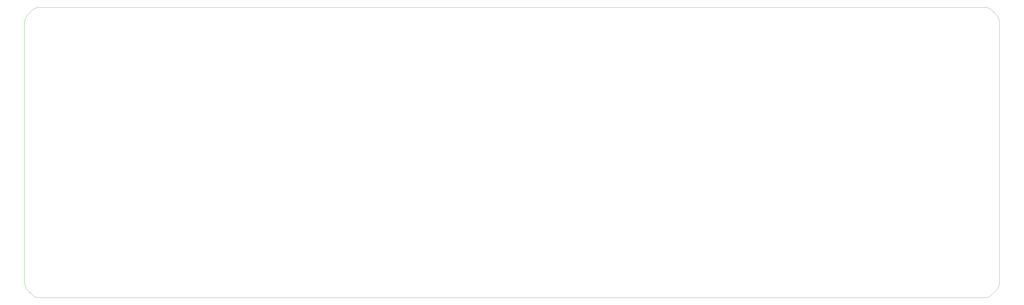
<source format=gm1>
G04 Layer_Color=16711935*
%FSLAX25Y25*%
%MOIN*%
G70*
G01*
G75*
%ADD36C,0.00394*%
D36*
X1597602Y912776D02*
X1597574Y913788D01*
X1597489Y914798D01*
X1597347Y915801D01*
X1597150Y916794D01*
X1596897Y917775D01*
X1596589Y918740D01*
X1596228Y919687D01*
X1595814Y920611D01*
X1595349Y921511D01*
X1594834Y922384D01*
X1594272Y923226D01*
X1593662Y924035D01*
X1593009Y924809D01*
X1592313Y925545D01*
X1586030Y931828D02*
X1585285Y932522D01*
X1584493Y933160D01*
X1583657Y933741D01*
X1582782Y934260D01*
X1581872Y934716D01*
X1580931Y935105D01*
X1579965Y935426D01*
X1578979Y935678D01*
X1577978Y935859D01*
X1576966Y935968D01*
X1575949Y936004D01*
X1592313Y513392D02*
X1593009Y514128D01*
X1593662Y514902D01*
X1594272Y515711D01*
X1594834Y516553D01*
X1595349Y517426D01*
X1595814Y518326D01*
X1596228Y519250D01*
X1596589Y520197D01*
X1596897Y521162D01*
X1597150Y522143D01*
X1597347Y523136D01*
X1597489Y524139D01*
X1597574Y525149D01*
X1597602Y526161D01*
X1575949Y502933D02*
X1576966Y502969D01*
X1577978Y503078D01*
X1578979Y503259D01*
X1579965Y503511D01*
X1580931Y503832D01*
X1581872Y504221D01*
X1582782Y504677D01*
X1583657Y505196D01*
X1584493Y505777D01*
X1585285Y506415D01*
X1586030Y507109D01*
X146028Y526161D02*
X146056Y525149D01*
X146141Y524139D01*
X146283Y523136D01*
X146480Y522143D01*
X146733Y521162D01*
X147041Y520197D01*
X147402Y519250D01*
X147816Y518326D01*
X148281Y517426D01*
X148796Y516553D01*
X149358Y515711D01*
X149968Y514902D01*
X150621Y514128D01*
X151317Y513392D01*
X157600Y507109D02*
X158345Y506415D01*
X159137Y505777D01*
X159973Y505196D01*
X160848Y504677D01*
X161758Y504221D01*
X162699Y503832D01*
X163664Y503511D01*
X164650Y503259D01*
X165652Y503078D01*
X166664Y502969D01*
X167681Y502933D01*
X167681Y936004D02*
X166664Y935968D01*
X165652Y935859D01*
X164650Y935678D01*
X163664Y935426D01*
X162699Y935105D01*
X161758Y934716D01*
X160848Y934260D01*
X159973Y933741D01*
X159137Y933160D01*
X158345Y932522D01*
X157600Y931828D01*
X151317Y925545D02*
X150621Y924809D01*
X149968Y924035D01*
X149358Y923226D01*
X148796Y922384D01*
X148281Y921511D01*
X147816Y920611D01*
X147402Y919687D01*
X147041Y918740D01*
X146733Y917775D01*
X146480Y916794D01*
X146283Y915801D01*
X146141Y914798D01*
X146056Y913788D01*
X146028Y912776D01*
X146028Y526161D02*
X146028Y912776D01*
X167681Y502933D02*
X1575949Y502933D01*
X1597602Y526161D02*
X1597602Y912776D01*
X167681Y936004D02*
X169256Y936004D01*
X1574374Y936004D01*
X1575949Y936004D01*
X1586030Y931828D02*
X1592313Y925545D01*
X1586030Y507109D02*
X1592313Y513392D01*
X151317Y513392D02*
X157600Y507109D01*
X151317Y925545D02*
X157600Y931828D01*
X1597602Y912776D02*
X1597574Y913788D01*
X1597489Y914798D01*
X1597347Y915801D01*
X1597150Y916794D01*
X1596897Y917775D01*
X1596589Y918740D01*
X1596228Y919687D01*
X1595814Y920611D01*
X1595349Y921511D01*
X1594834Y922384D01*
X1594272Y923226D01*
X1593662Y924035D01*
X1593009Y924809D01*
X1592313Y925545D01*
X1586030Y931828D02*
X1585285Y932522D01*
X1584493Y933160D01*
X1583657Y933741D01*
X1582782Y934260D01*
X1581872Y934716D01*
X1580931Y935105D01*
X1579965Y935426D01*
X1578979Y935678D01*
X1577978Y935859D01*
X1576966Y935968D01*
X1575949Y936004D01*
X1592313Y513392D02*
X1593009Y514128D01*
X1593662Y514902D01*
X1594272Y515711D01*
X1594834Y516553D01*
X1595349Y517426D01*
X1595814Y518326D01*
X1596228Y519250D01*
X1596589Y520197D01*
X1596897Y521162D01*
X1597150Y522143D01*
X1597347Y523136D01*
X1597489Y524139D01*
X1597574Y525149D01*
X1597602Y526161D01*
X1575949Y502933D02*
X1576966Y502969D01*
X1577978Y503078D01*
X1578979Y503259D01*
X1579965Y503511D01*
X1580931Y503832D01*
X1581872Y504221D01*
X1582782Y504677D01*
X1583657Y505196D01*
X1584493Y505777D01*
X1585285Y506415D01*
X1586030Y507109D01*
X146028Y526161D02*
X146056Y525149D01*
X146141Y524139D01*
X146283Y523136D01*
X146480Y522143D01*
X146733Y521162D01*
X147041Y520197D01*
X147402Y519250D01*
X147816Y518326D01*
X148281Y517426D01*
X148796Y516553D01*
X149358Y515711D01*
X149968Y514902D01*
X150621Y514128D01*
X151317Y513392D01*
X157600Y507109D02*
X158345Y506415D01*
X159137Y505777D01*
X159973Y505196D01*
X160848Y504677D01*
X161758Y504221D01*
X162699Y503832D01*
X163664Y503511D01*
X164650Y503259D01*
X165652Y503078D01*
X166664Y502969D01*
X167681Y502933D01*
X167681Y936004D02*
X166664Y935968D01*
X165652Y935859D01*
X164650Y935678D01*
X163664Y935426D01*
X162699Y935105D01*
X161758Y934716D01*
X160848Y934260D01*
X159973Y933741D01*
X159137Y933160D01*
X158345Y932522D01*
X157600Y931828D01*
X151317Y925545D02*
X150621Y924809D01*
X149968Y924035D01*
X149358Y923226D01*
X148796Y922384D01*
X148281Y921511D01*
X147816Y920611D01*
X147402Y919687D01*
X147041Y918740D01*
X146733Y917775D01*
X146480Y916794D01*
X146283Y915801D01*
X146141Y914798D01*
X146056Y913788D01*
X146028Y912776D01*
X146028Y526161D02*
X146028Y912776D01*
X167681Y502933D02*
X1575949Y502933D01*
X1597602Y526161D02*
X1597602Y912776D01*
X167681Y936004D02*
X169256Y936004D01*
X1574374Y936004D01*
X1575949Y936004D01*
X1586030Y931828D02*
X1592313Y925545D01*
X1586030Y507109D02*
X1592313Y513392D01*
X151317Y513392D02*
X157600Y507109D01*
X151317Y925545D02*
X157600Y931828D01*
M02*

</source>
